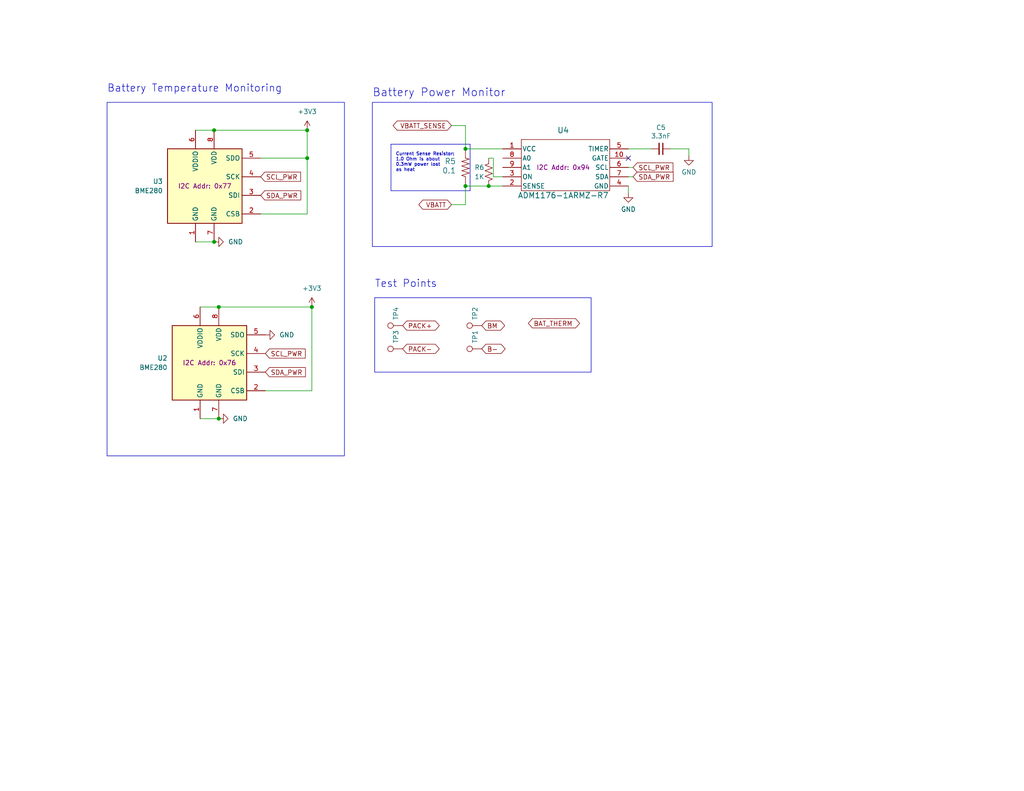
<source format=kicad_sch>
(kicad_sch (version 20230121) (generator eeschema)
  (paper "USLetter")
  (title_block (title "2S3P Power Board with Monitoring") (date "2023-10-30") (rev "v1.0") (company "TVSC") (comment 1 "See https://pycubed.org/ for details.") (comment 2 "Originally based on PyCubed Battery Board"))
  (lib_symbols
    (symbol "Connector:TestPoint" (pin_numbers hide) (pin_names (offset 0.762) hide)
      (property "Reference" "TP" (at 0 6.858 0))
      (property "Value" "TestPoint" (at 0 5.08 0))
      (symbol "TestPoint_0_1"
        (circle (center 0 3.302) (radius 0.762))
      )
      (symbol "TestPoint_1_1"
        (pin passive line (at 0 0 90) (length 2.54) (name "1") (number "1"))
      )
    )
    (symbol "Device:C_Small" (pin_numbers hide) (pin_names (offset 0.254) hide)
      (property "Reference" "C" (at 0.254 1.778 0))
      (property "Value" "C_Small" (at 0.254 -2.032 0))
      (symbol "C_Small_0_1"
        (polyline (pts (xy -1.524 -0.508) (xy 1.524 -0.508)) (stroke (width 0.3302)))
        (polyline (pts (xy -1.524 0.508) (xy 1.524 0.508)) (stroke (width 0.3048)))
      )
      (symbol "C_Small_1_1"
        (pin passive line (at 0 2.54 270) (length 2.032) (name "~") (number "1"))
        (pin passive line (at 0 -2.54 90) (length 2.032) (name "~") (number "2"))
      )
    )
    (symbol "Device:R_US" (pin_numbers hide) (pin_names (offset 0))
      (property "Reference" "R" (at 2.54 0 90))
      (property "Value" "R_US" (at -2.54 0 90))
      (symbol "R_US_0_1"
        (polyline (pts (xy 0 -2.286) (xy 0 -2.54)))
        (polyline (pts (xy 0 2.286) (xy 0 2.54)))
        (polyline (pts (xy 0 -0.762) (xy 1.016 -1.143) (xy 0 -1.524) (xy -1.016 -1.905) (xy 0 -2.286)))
        (polyline (pts (xy 0 0.762) (xy 1.016 0.381) (xy 0 0) (xy -1.016 -0.381) (xy 0 -0.762)))
        (polyline (pts (xy 0 2.286) (xy 1.016 1.905) (xy 0 1.524) (xy -1.016 1.143) (xy 0 0.762)))
      )
      (symbol "R_US_1_1"
        (pin passive line (at 0 3.81 270) (length 1.27) (name "~") (number "1"))
        (pin passive line (at 0 -3.81 90) (length 1.27) (name "~") (number "2"))
      )
    )
    (symbol "Sensor:BME280"
      (property "Reference" "U" (at -8.89 11.43 0))
      (property "Value" "BME280" (at 7.62 11.43 0))
      (symbol "BME280_0_1"
        (rectangle (start -10.16 10.16) (end 10.16 -10.16) (stroke (width 0.254)) (fill (type background)))
      )
      (symbol "BME280_1_1"
        (pin power_in line (at -2.54 -15.24 90) (length 5.08) (name "GND") (number "1"))
        (pin input line (at 15.24 -7.62 180) (length 5.08) (name "CSB") (number "2"))
        (pin bidirectional line (at 15.24 -2.54 180) (length 5.08) (name "SDI") (number "3"))
        (pin input line (at 15.24 2.54 180) (length 5.08) (name "SCK") (number "4"))
        (pin bidirectional line (at 15.24 7.62 180) (length 5.08) (name "SDO") (number "5"))
        (pin power_in line (at -2.54 15.24 270) (length 5.08) (name "VDDIO") (number "6"))
        (pin power_in line (at 2.54 -15.24 90) (length 5.08) (name "GND") (number "7"))
        (pin power_in line (at 2.54 15.24 270) (length 5.08) (name "VDD") (number "8"))
      )
    )
    (symbol "mainboard:ADM1176-1ARMZ-R7" (pin_names (offset 0.254))
      (property "Reference" "U?" (at 19.05 -10.16 0))
      (property "Value" "ADM1176-1ARMZ-R7" (at 20.32 -26.67 0))
      (symbol "ADM1176-1ARMZ-R7_0_1"
        (rectangle (start 7.62 -11.43) (end 31.75 -25.4))
      )
      (symbol "ADM1176-1ARMZ-R7_1_0"
        (pin unspecified line (at 2.54 -13.97 0) (length 5.08) (name "VCC") (number "1"))
        (pin unspecified line (at 36.83 -16.51 180) (length 5.08) (name "GATE") (number "10"))
        (pin unspecified line (at 2.54 -24.13 0) (length 5.08) (name "SENSE") (number "2"))
        (pin unspecified line (at 2.54 -21.59 0) (length 5.08) (name "ON") (number "3"))
        (pin unspecified line (at 36.83 -24.13 180) (length 5.08) (name "GND") (number "4"))
        (pin unspecified line (at 36.83 -13.97 180) (length 5.08) (name "TIMER") (number "5"))
        (pin unspecified line (at 36.83 -19.05 180) (length 5.08) (name "SCL") (number "6"))
        (pin unspecified line (at 36.83 -21.59 180) (length 5.08) (name "SDA") (number "7"))
        (pin unspecified line (at 2.54 -16.51 0) (length 5.08) (name "A0") (number "8"))
        (pin unspecified line (at 2.54 -19.05 0) (length 5.08) (name "A1") (number "9"))
      )
    )
    (symbol "mainboard:R-US_R2512" (pin_names (offset 1.016))
      (property "Reference" "R" (at -3.81 1.4986 0))
      (property "Value" "R-US_R2512" (at -3.81 -3.302 0))
      (symbol "R-US_R2512_1_0"
        (polyline (pts (xy -2.54 0) (xy -2.159 1.016)))
        (polyline (pts (xy -2.159 1.016) (xy -1.524 -1.016)))
        (polyline (pts (xy -1.524 -1.016) (xy -0.889 1.016)))
        (polyline (pts (xy -0.889 1.016) (xy -0.254 -1.016)))
        (polyline (pts (xy -0.254 -1.016) (xy 0.381 1.016)))
        (polyline (pts (xy 0.381 1.016) (xy 1.016 -1.016)))
        (polyline (pts (xy 1.016 -1.016) (xy 1.651 1.016)))
        (polyline (pts (xy 1.651 1.016) (xy 2.286 -1.016)))
        (polyline (pts (xy 2.286 -1.016) (xy 2.54 0)))
        (pin passive line (at -5.08 0 0) (length 2.54) (name "1") (number "1"))
        (pin passive line (at 5.08 0 180) (length 2.54) (name "2") (number "2"))
      )
    )
    (symbol "power:+3V3" (power) (pin_names (offset 0))
      (property "Value" "+3V3" (at 0 3.556 0))
      (symbol "+3V3_0_1"
        (polyline (pts (xy -0.762 1.27) (xy 0 2.54)))
        (polyline (pts (xy 0 0) (xy 0 2.54)))
        (polyline (pts (xy 0 2.54) (xy 0.762 1.27)))
      )
      (symbol "+3V3_1_1"
        (pin power_in line (at 0 0 90) (length 0) hide (name "+3V3") (number "1"))
      )
    )
    (symbol "power:GND" (power) (pin_names (offset 0))
      (property "Value" "GND" (at 0 -3.81 0))
      (symbol "GND_0_1"
        (polyline (pts (xy 0 0) (xy 0 -1.27) (xy 1.27 -1.27) (xy 0 -2.54) (xy -1.27 -1.27) (xy 0 -1.27)))
      )
      (symbol "GND_1_1"
        (pin power_in line (at 0 0 270) (length 0) hide (name "GND") (number "1"))
      )
    )
  )
  (junction (at 133.35 50.8))
  (junction (at 58.42 35.56))
  (junction (at 59.69 83.82))
  (junction (at 85.09 83.82))
  (junction (at 58.42 66.04))
  (junction (at 127 50.8))
  (junction (at 59.69 114.3))
  (junction (at 83.82 43.18))
  (junction (at 83.82 35.56))
  (junction (at 127 40.64))
  (no_connect (at 171.45 43.18))
  (wire (pts (xy 85.09 83.82) (xy 85.09 106.68)))
  (wire (pts (xy 71.12 58.42) (xy 83.82 58.42)))
  (wire (pts (xy 134.62 48.26) (xy 137.16 48.26)))
  (wire (pts (xy 59.69 83.82) (xy 85.09 83.82)))
  (wire (pts (xy 83.82 35.56) (xy 83.82 43.18)))
  (wire (pts (xy 72.39 106.68) (xy 85.09 106.68)))
  (wire (pts (xy 134.62 43.18) (xy 133.35 43.18)))
  (wire (pts (xy 58.42 35.56) (xy 83.82 35.56)))
  (wire (pts (xy 134.62 48.26) (xy 134.62 43.18)))
  (wire (pts (xy 53.34 66.04) (xy 58.42 66.04)))
  (wire (pts (xy 187.96 40.64) (xy 187.96 42.545)))
  (polyline (pts (xy 106.68 52.07) (xy 106.68 39.37)))
  (wire (pts (xy 123.19 34.29) (xy 127 34.29)))
  (wire (pts (xy 172.72 48.26) (xy 171.45 48.26)))
  (wire (pts (xy 123.19 55.88) (xy 127 55.88)))
  (wire (pts (xy 187.96 40.64) (xy 182.88 40.64)))
  (wire (pts (xy 127 40.64) (xy 137.16 40.64)))
  (wire (pts (xy 127 40.64) (xy 127 34.29)))
  (wire (pts (xy 54.61 114.3) (xy 59.69 114.3)))
  (wire (pts (xy 54.61 83.82) (xy 59.69 83.82)))
  (wire (pts (xy 172.72 45.72) (xy 171.45 45.72)))
  (wire (pts (xy 171.45 40.64) (xy 177.8 40.64)))
  (wire (pts (xy 83.82 43.18) (xy 83.82 58.42)))
  (wire (pts (xy 127 50.8) (xy 127 55.88)))
  (polyline (pts (xy 128.27 52.07) (xy 106.68 52.07)))
  (wire (pts (xy 171.45 50.8) (xy 171.45 52.705)))
  (wire (pts (xy 71.12 43.18) (xy 83.82 43.18)))
  (wire (pts (xy 127 50.8) (xy 133.35 50.8)))
  (wire (pts (xy 53.34 35.56) (xy 58.42 35.56)))
  (polyline (pts (xy 106.68 39.37) (xy 128.27 39.37)))
  (wire (pts (xy 133.35 50.8) (xy 137.16 50.8)))
  (polyline (pts (xy 128.27 39.37) (xy 128.27 52.07)))
  (rectangle (start 102.235 81.28) (end 161.29 101.6))
  (rectangle (start 29.21 27.94) (end 93.98 124.46))
  (rectangle (start 101.6 27.94) (end 194.31 67.31))
  (text "Battery Temperature Monitoring" (at 29.21 25.4 0) (effects (font (size 2 2)) (justify left bottom)))
  (text "Battery Power Monitor" (at 101.6 26.67 0) (effects (font (size 2.159 2.159)) (justify left bottom)))
  (text "Current Sense Resistor:\n1.0 Ohm is about \n0.3mW power lost\nas heat" (at 107.95 46.99 0) (effects (font (size 0.889 0.889)) (justify left bottom)))
  (text "Test Points" (at 102.235 78.74 0) (effects (font (size 2 2)) (justify left bottom)))
  (global_label "VBATT" (shape bidirectional) (at 123.19 55.88 180) (property "Intersheetrefs" "${INTERSHEET_REFS}" (effects hide)))
  (global_label "VBATT_SENSE" (shape bidirectional) (at 123.19 34.29 180) (property "Intersheetrefs" "${INTERSHEET_REFS}" (effects hide)))
  (global_label "SDA_PWR" (shape input) (at 71.12 53.34 0) (property "Intersheetrefs" "${INTERSHEET_REFS}" (effects hide)))
  (global_label "SDA_PWR" (shape input) (at 72.39 101.6 0) (property "Intersheetrefs" "${INTERSHEET_REFS}" (effects hide)))
  (global_label "SCL_PWR" (shape input) (at 72.39 96.52 0) (property "Intersheetrefs" "${INTERSHEET_REFS}" (effects hide)))
  (global_label "SCL_PWR" (shape input) (at 71.12 48.26 0) (property "Intersheetrefs" "${INTERSHEET_REFS}" (effects hide)))
  (global_label "BAT_THERM" (shape bidirectional) (at 144.145 88.265 0) (property "Intersheetrefs" "${INTERSHEET_REFS}" (effects hide)))
  (global_label "PACK+" (shape bidirectional) (at 109.855 88.9 0) (property "Intersheetrefs" "${INTERSHEET_REFS}" (effects hide)))
  (global_label "B-" (shape bidirectional) (at 131.445 95.25 0) (property "Intersheetrefs" "${INTERSHEET_REFS}" (effects hide)))
  (global_label "PACK-" (shape bidirectional) (at 109.855 95.25 0) (property "Intersheetrefs" "${INTERSHEET_REFS}" (effects hide)))
  (global_label "SCL_PWR" (shape input) (at 172.72 45.72 0) (property "Intersheetrefs" "${INTERSHEET_REFS}" (effects hide)))
  (global_label "BM" (shape bidirectional) (at 131.445 88.9 0) (property "Intersheetrefs" "${INTERSHEET_REFS}" (effects hide)))
  (global_label "SDA_PWR" (shape input) (at 172.72 48.26 0) (property "Intersheetrefs" "${INTERSHEET_REFS}" (effects hide)))
  (symbol (lib_id "power:GND") (at 59.69 114.3 90) (unit 1)
    (property "Reference" "#PWR01" (effects hide))
    (property "Value" "GND" (at 63.5 114.3 90) (effects (justify right)))
    (instances (project "2S3P Power Board" (path "" (reference "#PWR01") (unit 1)) (path "" (reference "#PWR02") (unit 1))))
  )
  (symbol (lib_id "mainboard:R-US_R2512") (at 127 45.72 90) (unit 1)
    (property "Reference" "R5" (at 124.46 43.18 90) (effects (font (size 1.4986 1.4986)) (justify left bottom)))
    (property "Value" "0.1" (at 124.46 45.72 90) (effects (font (size 1.4986 1.4986)) (justify left bottom)))
    (property "Footprint" "Resistor_SMD:R_2512_6332Metric" (effects hide))
    (property "Description" "0.1 1% 2W 2512" (effects hide))
    (instances (project "2S3P Power Board" (path "" (reference "R5") (unit 1)) (path "" (reference "R5") (unit 1))) (project "mainboard" (path "" (reference "R8") (unit 1)) (path "" (reference "R?") (unit 1))))
  )
  (symbol (lib_id "Connector:TestPoint") (at 131.445 88.9 90) (unit 1)
    (property "Reference" "TP2" (at 129.6162 87.4268 0) (effects (justify left)))
    (property "Value" "TestPoint" (effects hide))
    (property "Footprint" "TestPoint:TestPoint_Loop_D1.80mm_Drill1.0mm_Beaded" (effects hide))
    (property "DNP" "DNP" (effects hide))
    (instances (project "batteryboard" (path "" (reference "TP2") (unit 1))) (project "2S3P Power Board" (path "" (reference "TP2") (unit 1)) (path "" (reference "TP3") (unit 1))))
  )
  (symbol (lib_id "Connector:TestPoint") (at 131.445 95.25 90) (unit 1)
    (property "Reference" "TP1" (at 129.6162 93.7768 0) (effects (justify left)))
    (property "Value" "TestPoint" (effects hide))
    (property "Footprint" "TestPoint:TestPoint_Loop_D1.80mm_Drill1.0mm_Beaded" (effects hide))
    (property "DNP" "DNP" (effects hide))
    (instances (project "batteryboard" (path "" (reference "TP1") (unit 1))) (project "2S3P Power Board" (path "" (reference "TP1") (unit 1)) (path "" (reference "TP4") (unit 1))))
  )
  (symbol (lib_id "power:GND") (at 171.45 52.705 0) (unit 1)
    (property "Reference" "#PWR031" (effects hide))
    (property "Value" "GND" (at 171.45 57.15 0))
  )
  (symbol (lib_id "Connector:TestPoint") (at 109.855 88.9 90) (unit 1)
    (property "Reference" "TP4" (at 108.0262 87.4268 0) (effects (justify left)))
    (property "Value" "TestPoint" (effects hide))
    (property "Footprint" "TestPoint:TestPoint_Loop_D1.80mm_Drill1.0mm_Beaded" (effects hide))
    (property "DNP" "DNP" (effects hide))
    (instances (project "batteryboard" (path "" (reference "TP4") (unit 1))) (project "2S3P Power Board" (path "" (reference "TP4") (unit 1)) (path "" (reference "TP1") (unit 1))))
  )
  (symbol (lib_id "mainboard:ADM1176-1ARMZ-R7") (at 134.62 26.67 0) (unit 1)
    (property "Reference" "U4" (at 153.67 35.56 0) (effects (font (size 1.524 1.524))))
    (property "Value" "ADM1176-1ARMZ-R7" (at 153.67 53.34 0) (effects (font (size 1.524 1.524))))
    (property "Footprint" "mainboard:ADM1176-1ARMZ-R7" (effects hide))
    (property "Datasheet" "https://www.analog.com/media/en/technical-documentation/data-sheets/ADM1176.pdf" (effects hide))
    (property "Description" "Power Monitor" (effects hide))
    (property "Flight" "ADM1176-1ARMZ-R7" (effects hide))
    (property "Manufacturer_Name" "Analog Devices Inc." (effects hide))
    (property "Manufacturer_Part_Number" "ADM1176-1ARMZ-R7" (effects hide))
    (property "Proto" "ADM1176-1ARMZ-R7" (effects hide))
    (property "I2C Addr" "0x94" (at 153.67 45.72 0) (show_name))
  )
  (symbol (lib_id "power:GND") (at 58.42 66.04 90) (unit 1)
    (property "Reference" "#PWR03" (effects hide))
    (property "Value" "GND" (at 62.23 66.04 90) (effects (justify right)))
    (instances (project "2S3P Power Board" (path "" (reference "#PWR03") (unit 1)) (path "" (reference "#PWR01") (unit 1))))
  )
  (symbol (lib_id "Device:R_US") (at 133.35 46.99 0) (mirror x) (unit 1)
    (property "Reference" "R6" (at 130.81 45.72 0))
    (property "Value" "1K" (at 130.81 48.26 0))
    (property "Footprint" "Resistor_SMD:R_0603_1608Metric" (effects hide))
    (property "Description" "1K 0603" (effects hide))
    (instances (project "2S3P Power Board" (path "" (reference "R6") (unit 1)) (path "" (reference "R6") (unit 1))) (project "mainboard" (path "" (reference "R26") (unit 1)) (path "" (reference "R?") (unit 1))))
  )
  (symbol (lib_id "power:+3V3") (at 85.09 83.82 0) (unit 1)
    (property "Reference" "#PWR04" (effects hide))
    (property "Value" "+3V3" (at 85.09 78.74 0))
  )
  (symbol (lib_id "Connector:TestPoint") (at 109.855 95.25 90) (unit 1)
    (property "Reference" "TP3" (at 108.0262 93.7768 0) (effects (justify left)))
    (property "Value" "TestPoint" (effects hide))
    (property "Footprint" "TestPoint:TestPoint_Loop_D1.80mm_Drill1.0mm_Beaded" (effects hide))
    (property "DNP" "DNP" (effects hide))
    (instances (project "batteryboard" (path "" (reference "TP3") (unit 1))) (project "2S3P Power Board" (path "" (reference "TP3") (unit 1)) (path "" (reference "TP2") (unit 1))))
  )
  (symbol (lib_id "power:+3V3") (at 83.82 35.56 0) (unit 1)
    (property "Reference" "#PWR013" (effects hide))
    (property "Value" "+3V3" (at 83.82 30.48 0))
  )
  (symbol (lib_id "power:GND") (at 72.39 91.44 90) (unit 1)
    (property "Reference" "#PWR013" (effects hide))
    (property "Value" "GND" (at 76.2 91.44 90) (effects (justify right)))
    (instances (project "2S3P Power Board" (path "" (reference "#PWR013") (unit 1)) (path "" (reference "#PWR03") (unit 1))))
  )
  (symbol (lib_id "Sensor:BME280") (at 55.88 50.8 0) (unit 1)
    (property "Reference" "U3" (at 44.45 49.53 0) (effects (justify right)))
    (property "Value" "BME280" (at 44.45 52.07 0) (effects (justify right)))
    (property "Footprint" "Package_LGA:Bosch_LGA-8_2.5x2.5mm_P0.65mm_ClockwisePinNumbering" (effects hide))
    (property "Datasheet" "https://www.bosch-sensortec.com/media/boschsensortec/downloads/datasheets/bst-bme280-ds002.pdf" (effects hide))
    (property "I2C Addr" "0x77" (at 55.88 50.8 0) (show_name))
    (instances (project "2S3P Power Board" (path "" (reference "U3") (unit 1)) (path "" (reference "U2") (unit 1))))
  )
  (symbol (lib_id "Device:C_Small") (at 180.34 40.64 270) (unit 1)
    (property "Reference" "C5" (at 180.34 34.8234 90))
    (property "Value" "3.3nF" (at 180.34 37.1348 90))
    (property "Footprint" "Capacitor_SMD:C_0603_1608Metric" (effects hide))
    (property "Description" "3.3nF +-10% 100V X7R 0603" (effects hide))
    (instances (project "2S3P Power Board" (path "" (reference "C5") (unit 1)) (path "" (reference "C5") (unit 1))) (project "mainboard" (path "" (reference "C32") (unit 1))))
  )
  (symbol (lib_id "Sensor:BME280") (at 57.15 99.06 0) (unit 1)
    (property "Reference" "U2" (at 45.72 97.79 0) (effects (justify right)))
    (property "Value" "BME280" (at 45.72 100.33 0) (effects (justify right)))
    (property "Footprint" "Package_LGA:Bosch_LGA-8_2.5x2.5mm_P0.65mm_ClockwisePinNumbering" (effects hide))
    (property "Datasheet" "https://www.bosch-sensortec.com/media/boschsensortec/downloads/datasheets/bst-bme280-ds002.pdf" (effects hide))
    (property "I2C Addr" "0x76" (at 57.15 99.06 0) (show_name))
    (instances (project "2S3P Power Board" (path "" (reference "U2") (unit 1)) (path "" (reference "U3") (unit 1))))
  )
  (symbol (lib_id "power:GND") (at 187.96 42.545 0) (unit 1)
    (property "Reference" "#PWR030" (effects hide))
    (property "Value" "GND" (at 187.96 46.99 0))
  )
)
</source>
